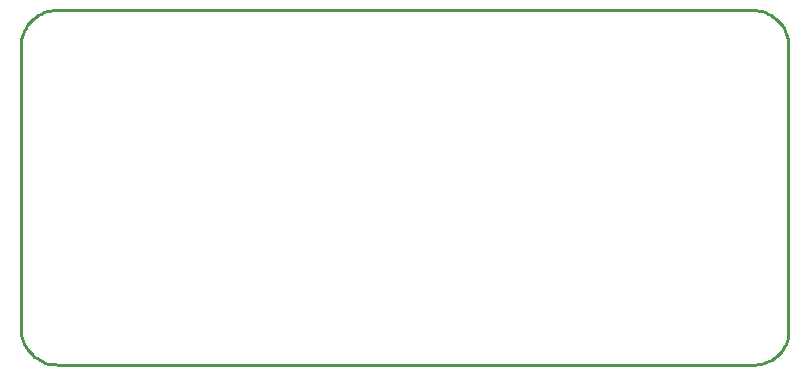
<source format=gbr>
G04 EAGLE Gerber RS-274X export*
G75*
%MOMM*%
%FSLAX34Y34*%
%LPD*%
%IN*%
%IPPOS*%
%AMOC8*
5,1,8,0,0,1.08239X$1,22.5*%
G01*
%ADD10C,0.254000*%


D10*
X0Y30078D02*
X172Y27410D01*
X576Y24768D01*
X1208Y22171D01*
X2065Y19639D01*
X3139Y17191D01*
X4422Y14846D01*
X5905Y12621D01*
X7575Y10535D01*
X9422Y8602D01*
X11430Y6837D01*
X13584Y5254D01*
X15867Y3865D01*
X18264Y2680D01*
X20754Y1708D01*
X23319Y958D01*
X25941Y433D01*
X28598Y139D01*
X31270Y78D01*
X621270Y78D01*
X623827Y245D01*
X626360Y634D01*
X628849Y1243D01*
X631275Y2066D01*
X633621Y3098D01*
X635867Y4330D01*
X637998Y5753D01*
X639997Y7356D01*
X641848Y9128D01*
X643538Y11054D01*
X645054Y13120D01*
X646383Y15310D01*
X647517Y17608D01*
X648446Y19996D01*
X649164Y22456D01*
X649664Y24969D01*
X649944Y27516D01*
X650000Y30078D01*
X650000Y270078D01*
X649886Y272693D01*
X649544Y275287D01*
X648978Y277843D01*
X648191Y280339D01*
X647189Y282757D01*
X645981Y285078D01*
X644575Y287285D01*
X642981Y289362D01*
X641213Y291291D01*
X639284Y293059D01*
X637207Y294653D01*
X635000Y296059D01*
X632679Y297267D01*
X630261Y298269D01*
X627765Y299056D01*
X625209Y299622D01*
X622615Y299964D01*
X620000Y300078D01*
X30000Y300078D01*
X27385Y299964D01*
X24791Y299622D01*
X22235Y299056D01*
X19739Y298269D01*
X17321Y297267D01*
X15000Y296059D01*
X12793Y294653D01*
X10716Y293059D01*
X8787Y291291D01*
X7019Y289362D01*
X5425Y287285D01*
X4019Y285078D01*
X2811Y282757D01*
X1809Y280339D01*
X1022Y277843D01*
X456Y275287D01*
X114Y272693D01*
X0Y270078D01*
X0Y30078D01*
M02*

</source>
